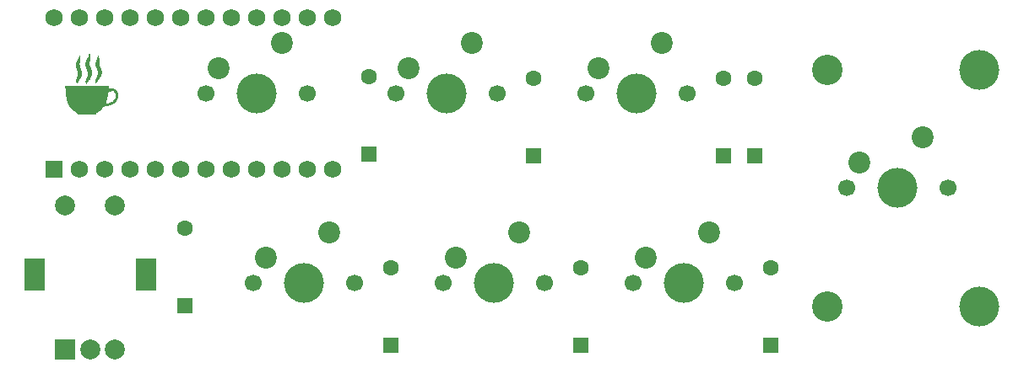
<source format=gbr>
%TF.GenerationSoftware,KiCad,Pcbnew,(5.99.0-2318-gf1aa7e523)*%
%TF.CreationDate,2020-10-19T15:18:08-05:00*%
%TF.ProjectId,micropa8,6d696372-6f70-4613-982e-6b696361645f,rev?*%
%TF.SameCoordinates,Original*%
%TF.FileFunction,Soldermask,Top*%
%TF.FilePolarity,Negative*%
%FSLAX46Y46*%
G04 Gerber Fmt 4.6, Leading zero omitted, Abs format (unit mm)*
G04 Created by KiCad (PCBNEW (5.99.0-2318-gf1aa7e523)) date 2020-10-19 15:18:08*
%MOMM*%
%LPD*%
G01*
G04 APERTURE LIST*
%ADD10C,1.752600*%
%ADD11R,1.752600X1.752600*%
%ADD12C,1.700000*%
%ADD13C,4.000000*%
%ADD14C,2.200000*%
%ADD15C,1.600000*%
%ADD16R,1.600000X1.600000*%
%ADD17C,2.000000*%
%ADD18R,2.000000X3.200000*%
%ADD19R,2.000000X2.000000*%
%ADD20C,3.050000*%
G04 APERTURE END LIST*
%TO.C,G\u002A\u002A\u002A*%
G36*
X31532983Y-29560134D02*
G01*
X31542643Y-29574029D01*
X31551675Y-29598451D01*
X31559884Y-29631573D01*
X31567076Y-29671569D01*
X31573054Y-29716611D01*
X31577623Y-29764875D01*
X31580590Y-29814534D01*
X31581758Y-29863761D01*
X31580932Y-29910730D01*
X31577917Y-29953615D01*
X31576406Y-29966579D01*
X31571403Y-29998885D01*
X31563598Y-30041262D01*
X31553384Y-30091843D01*
X31541156Y-30148758D01*
X31527308Y-30210140D01*
X31512234Y-30274120D01*
X31506788Y-30296591D01*
X31499320Y-30330163D01*
X31493350Y-30362750D01*
X31489492Y-30390610D01*
X31488338Y-30408851D01*
X31489713Y-30433248D01*
X31493489Y-30461155D01*
X31499947Y-30493553D01*
X31509369Y-30531426D01*
X31522037Y-30575755D01*
X31538233Y-30627525D01*
X31558239Y-30687716D01*
X31582337Y-30757312D01*
X31610808Y-30837296D01*
X31613050Y-30843525D01*
X31642575Y-30926867D01*
X31667434Y-31000258D01*
X31687958Y-31065051D01*
X31704479Y-31122600D01*
X31717328Y-31174258D01*
X31726837Y-31221380D01*
X31733338Y-31265318D01*
X31737162Y-31307427D01*
X31738641Y-31349059D01*
X31738683Y-31356469D01*
X31737335Y-31399819D01*
X31732745Y-31441415D01*
X31724305Y-31483936D01*
X31711405Y-31530060D01*
X31693438Y-31582463D01*
X31678197Y-31622587D01*
X31666873Y-31651205D01*
X31656599Y-31675967D01*
X31646444Y-31698530D01*
X31635477Y-31720550D01*
X31622766Y-31743685D01*
X31607382Y-31769591D01*
X31588391Y-31799924D01*
X31564865Y-31836341D01*
X31535871Y-31880499D01*
X31518199Y-31907259D01*
X31474905Y-31973544D01*
X31438371Y-32031321D01*
X31407860Y-32081910D01*
X31382634Y-32126628D01*
X31361955Y-32166796D01*
X31345087Y-32203731D01*
X31331292Y-32238753D01*
X31328574Y-32246396D01*
X31312749Y-32288479D01*
X31298101Y-32319916D01*
X31283707Y-32342240D01*
X31268646Y-32356986D01*
X31258532Y-32363013D01*
X31244170Y-32369766D01*
X31235471Y-32371986D01*
X31226665Y-32369832D01*
X31213778Y-32364241D01*
X31201995Y-32357635D01*
X31192165Y-32348138D01*
X31183875Y-32334386D01*
X31176714Y-32315019D01*
X31170273Y-32288675D01*
X31164139Y-32253991D01*
X31157901Y-32209608D01*
X31151651Y-32158467D01*
X31134879Y-32015061D01*
X31154005Y-31954597D01*
X31164969Y-31921202D01*
X31178265Y-31882560D01*
X31191719Y-31844933D01*
X31197572Y-31829132D01*
X31216189Y-31776313D01*
X31234887Y-31717357D01*
X31252360Y-31656761D01*
X31267304Y-31599026D01*
X31277310Y-31554231D01*
X31281425Y-31530772D01*
X31284430Y-31505722D01*
X31286460Y-31476748D01*
X31287648Y-31441515D01*
X31288130Y-31397690D01*
X31288133Y-31365739D01*
X31287618Y-31313803D01*
X31286069Y-31269114D01*
X31283024Y-31229296D01*
X31278016Y-31191975D01*
X31270582Y-31154773D01*
X31260259Y-31115316D01*
X31246582Y-31071228D01*
X31229086Y-31020132D01*
X31210508Y-30968435D01*
X31184057Y-30893889D01*
X31162476Y-30828394D01*
X31145320Y-30769845D01*
X31132142Y-30716135D01*
X31122497Y-30665157D01*
X31115939Y-30614805D01*
X31112022Y-30562972D01*
X31110301Y-30507552D01*
X31110170Y-30494353D01*
X31111660Y-30428943D01*
X31117365Y-30366546D01*
X31127807Y-30305597D01*
X31143507Y-30244533D01*
X31164988Y-30181790D01*
X31192772Y-30115803D01*
X31227380Y-30045010D01*
X31269334Y-29967847D01*
X31308186Y-29901068D01*
X31337722Y-29850631D01*
X31361992Y-29806919D01*
X31382694Y-29766447D01*
X31401530Y-29725731D01*
X31420197Y-29681285D01*
X31439890Y-29630945D01*
X31457113Y-29593051D01*
X31475262Y-29566878D01*
X31494129Y-29552585D01*
X31513501Y-29550334D01*
X31532983Y-29560134D01*
G37*
G36*
X33355791Y-29552112D02*
G01*
X33373563Y-29564483D01*
X33390806Y-29588573D01*
X33407353Y-29624063D01*
X33423034Y-29670633D01*
X33437682Y-29727962D01*
X33442590Y-29750787D01*
X33449125Y-29781402D01*
X33457503Y-29819003D01*
X33466591Y-29858580D01*
X33474378Y-29891482D01*
X33485409Y-29943360D01*
X33492051Y-29991285D01*
X33494297Y-30038304D01*
X33492137Y-30087465D01*
X33485563Y-30141815D01*
X33474565Y-30204401D01*
X33473452Y-30210070D01*
X33462562Y-30270099D01*
X33455761Y-30320600D01*
X33452988Y-30363690D01*
X33454183Y-30401484D01*
X33459288Y-30436100D01*
X33466305Y-30463452D01*
X33478030Y-30500475D01*
X33491198Y-30538454D01*
X33506545Y-30579250D01*
X33524804Y-30624723D01*
X33546712Y-30676731D01*
X33573004Y-30737136D01*
X33586475Y-30767587D01*
X33626520Y-30860574D01*
X33659586Y-30943516D01*
X33685662Y-31016381D01*
X33704738Y-31079139D01*
X33716801Y-31131759D01*
X33717222Y-31134132D01*
X33725874Y-31208289D01*
X33725392Y-31281364D01*
X33715488Y-31355014D01*
X33695874Y-31430899D01*
X33666263Y-31510680D01*
X33642856Y-31562619D01*
X33620798Y-31607171D01*
X33597859Y-31649964D01*
X33572759Y-31693080D01*
X33544218Y-31738599D01*
X33510958Y-31788603D01*
X33471698Y-31845173D01*
X33452319Y-31872503D01*
X33401779Y-31943886D01*
X33358150Y-32006614D01*
X33320747Y-32061784D01*
X33288888Y-32110492D01*
X33261888Y-32153836D01*
X33239064Y-32192912D01*
X33219731Y-32228816D01*
X33203205Y-32262646D01*
X33189306Y-32294289D01*
X33172392Y-32332285D01*
X33157340Y-32359648D01*
X33143030Y-32377740D01*
X33128342Y-32387924D01*
X33112158Y-32391562D01*
X33109329Y-32391628D01*
X33088182Y-32388270D01*
X33076396Y-32380812D01*
X33068439Y-32370519D01*
X33062221Y-32358880D01*
X33057250Y-32343836D01*
X33053034Y-32323328D01*
X33049079Y-32295296D01*
X33044894Y-32257682D01*
X33043364Y-32242667D01*
X33038390Y-32184475D01*
X33036364Y-32136206D01*
X33037375Y-32095755D01*
X33041509Y-32061019D01*
X33048855Y-32029895D01*
X33052800Y-32017735D01*
X33059081Y-32002085D01*
X33070015Y-31977336D01*
X33084696Y-31945430D01*
X33102221Y-31908309D01*
X33121686Y-31867915D01*
X33139141Y-31832333D01*
X33182591Y-31741914D01*
X33219063Y-31660069D01*
X33248967Y-31585466D01*
X33272712Y-31516768D01*
X33290706Y-31452641D01*
X33303360Y-31391751D01*
X33311082Y-31332763D01*
X33314282Y-31274343D01*
X33314422Y-31260679D01*
X33313483Y-31218646D01*
X33310145Y-31178691D01*
X33303910Y-31138987D01*
X33294283Y-31097706D01*
X33280766Y-31053020D01*
X33262863Y-31003101D01*
X33240077Y-30946124D01*
X33211910Y-30880259D01*
X33209541Y-30874849D01*
X33175426Y-30795095D01*
X33147248Y-30724457D01*
X33124634Y-30661419D01*
X33107213Y-30604469D01*
X33094613Y-30552092D01*
X33086460Y-30502776D01*
X33082383Y-30455005D01*
X33082010Y-30407267D01*
X33084327Y-30365588D01*
X33087517Y-30332273D01*
X33091771Y-30300712D01*
X33097555Y-30269261D01*
X33105333Y-30236279D01*
X33115571Y-30200120D01*
X33128734Y-30159144D01*
X33145287Y-30111706D01*
X33165697Y-30056163D01*
X33190427Y-29990873D01*
X33190502Y-29990679D01*
X33212805Y-29932206D01*
X33231119Y-29883656D01*
X33245951Y-29843438D01*
X33257807Y-29809962D01*
X33267194Y-29781637D01*
X33274619Y-29756874D01*
X33280588Y-29734080D01*
X33285608Y-29711666D01*
X33290185Y-29688041D01*
X33294256Y-29664944D01*
X33303126Y-29620279D01*
X33312508Y-29587276D01*
X33322668Y-29565238D01*
X33333873Y-29553470D01*
X33337659Y-29551780D01*
X33355791Y-29552112D01*
G37*
G36*
X32474588Y-29338727D02*
G01*
X32491174Y-29349309D01*
X32506370Y-29366099D01*
X32512338Y-29375916D01*
X32517098Y-29387540D01*
X32524559Y-29408674D01*
X32533938Y-29436969D01*
X32544453Y-29470077D01*
X32552847Y-29497426D01*
X32570359Y-29559990D01*
X32582418Y-29615147D01*
X32589449Y-29666361D01*
X32591879Y-29717098D01*
X32590131Y-29770823D01*
X32588707Y-29789827D01*
X32586024Y-29818510D01*
X32582738Y-29845915D01*
X32578479Y-29873894D01*
X32572876Y-29904298D01*
X32565557Y-29938979D01*
X32556152Y-29979789D01*
X32544291Y-30028577D01*
X32529603Y-30087197D01*
X32527440Y-30095739D01*
X32507258Y-30179043D01*
X32491796Y-30251081D01*
X32481028Y-30312001D01*
X32474930Y-30361952D01*
X32473477Y-30401080D01*
X32474378Y-30415640D01*
X32478451Y-30444052D01*
X32485226Y-30475389D01*
X32495086Y-30510711D01*
X32508417Y-30551077D01*
X32525604Y-30597548D01*
X32547032Y-30651184D01*
X32573086Y-30713044D01*
X32604150Y-30784189D01*
X32626069Y-30833371D01*
X32660194Y-30911320D01*
X32688445Y-30980241D01*
X32711297Y-31041712D01*
X32729224Y-31097309D01*
X32742699Y-31148609D01*
X32752198Y-31197191D01*
X32758194Y-31244631D01*
X32760715Y-31281228D01*
X32761809Y-31332827D01*
X32760117Y-31376828D01*
X32756819Y-31404829D01*
X32740524Y-31476896D01*
X32715502Y-31552108D01*
X32681458Y-31631032D01*
X32638096Y-31714236D01*
X32585123Y-31802287D01*
X32522242Y-31895750D01*
X32450821Y-31993014D01*
X32404930Y-32054143D01*
X32366494Y-32107432D01*
X32334704Y-32154231D01*
X32308750Y-32195891D01*
X32287822Y-32233762D01*
X32271111Y-32269194D01*
X32257807Y-32303538D01*
X32249978Y-32328029D01*
X32237283Y-32363966D01*
X32223153Y-32388767D01*
X32206541Y-32403648D01*
X32186400Y-32409828D01*
X32179363Y-32410168D01*
X32159606Y-32408012D01*
X32143179Y-32402670D01*
X32140479Y-32401064D01*
X32129364Y-32389507D01*
X32119589Y-32370687D01*
X32110737Y-32343321D01*
X32102390Y-32306125D01*
X32094396Y-32259539D01*
X32088908Y-32219058D01*
X32085790Y-32181448D01*
X32085356Y-32145234D01*
X32087923Y-32108939D01*
X32093806Y-32071088D01*
X32103323Y-32030205D01*
X32116789Y-31984815D01*
X32134520Y-31933442D01*
X32156832Y-31874609D01*
X32184041Y-31806843D01*
X32199260Y-31769920D01*
X32224726Y-31707952D01*
X32245577Y-31655543D01*
X32262260Y-31610977D01*
X32275222Y-31572537D01*
X32284912Y-31538507D01*
X32291778Y-31507171D01*
X32296267Y-31476811D01*
X32298827Y-31445713D01*
X32299905Y-31412159D01*
X32300009Y-31383770D01*
X32293732Y-31280112D01*
X32275734Y-31174807D01*
X32245907Y-31067304D01*
X32228037Y-31016567D01*
X32219752Y-30995067D01*
X32207672Y-30964500D01*
X32192741Y-30927214D01*
X32175902Y-30885559D01*
X32158099Y-30841882D01*
X32146088Y-30812625D01*
X32119566Y-30747204D01*
X32097927Y-30691202D01*
X32080714Y-30642892D01*
X32067470Y-30600546D01*
X32057738Y-30562437D01*
X32051059Y-30526838D01*
X32046978Y-30492022D01*
X32045037Y-30456260D01*
X32044706Y-30429667D01*
X32047568Y-30372842D01*
X32056324Y-30314421D01*
X32071417Y-30252886D01*
X32093292Y-30186722D01*
X32122391Y-30114415D01*
X32159159Y-30034448D01*
X32162404Y-30027759D01*
X32183295Y-29985708D01*
X32206656Y-29940112D01*
X32230408Y-29894940D01*
X32252469Y-29854162D01*
X32266000Y-29829997D01*
X32296862Y-29775738D01*
X32322121Y-29730470D01*
X32342458Y-29692543D01*
X32358554Y-29660306D01*
X32371090Y-29632108D01*
X32380749Y-29606299D01*
X32388210Y-29581227D01*
X32394156Y-29555241D01*
X32399268Y-29526690D01*
X32403971Y-29495698D01*
X32411836Y-29445749D01*
X32419537Y-29406900D01*
X32427515Y-29377904D01*
X32436207Y-29357515D01*
X32446054Y-29344488D01*
X32457493Y-29337577D01*
X32459944Y-29336837D01*
X32474588Y-29338727D01*
G37*
G36*
X30242966Y-34164757D02*
G01*
X30206137Y-34034218D01*
X30173653Y-33894730D01*
X30145222Y-33745267D01*
X30124388Y-33612187D01*
X30115611Y-33545917D01*
X30106877Y-33470922D01*
X30098340Y-33389227D01*
X30090156Y-33302857D01*
X30082480Y-33213837D01*
X30075467Y-33124190D01*
X30069274Y-33035942D01*
X30064056Y-32951117D01*
X30059968Y-32871740D01*
X30057166Y-32799835D01*
X30055805Y-32737427D01*
X30055698Y-32717703D01*
X30055690Y-32638985D01*
X32210982Y-32637362D01*
X32405514Y-32637219D01*
X32588066Y-32637091D01*
X32759017Y-32636981D01*
X32918748Y-32636891D01*
X33067638Y-32636820D01*
X33206068Y-32636772D01*
X33334417Y-32636748D01*
X33453066Y-32636748D01*
X33562394Y-32636775D01*
X33662781Y-32636830D01*
X33754607Y-32636915D01*
X33838252Y-32637030D01*
X33914096Y-32637178D01*
X33982519Y-32637360D01*
X34043901Y-32637577D01*
X34098621Y-32637832D01*
X34147060Y-32638125D01*
X34189597Y-32638457D01*
X34226612Y-32638832D01*
X34258486Y-32639249D01*
X34285598Y-32639710D01*
X34308329Y-32640218D01*
X34327057Y-32640773D01*
X34342163Y-32641376D01*
X34354028Y-32642031D01*
X34363030Y-32642737D01*
X34369549Y-32643496D01*
X34373967Y-32644310D01*
X34376661Y-32645180D01*
X34377771Y-32645862D01*
X34387607Y-32662304D01*
X34392471Y-32689691D01*
X34392332Y-32727639D01*
X34387911Y-32770452D01*
X34384040Y-32803268D01*
X34381330Y-32835919D01*
X34379864Y-32865893D01*
X34379726Y-32890675D01*
X34381000Y-32907752D01*
X34383134Y-32914221D01*
X34390389Y-32914462D01*
X34407031Y-32912082D01*
X34430473Y-32907518D01*
X34454202Y-32902157D01*
X34533905Y-32885185D01*
X34607525Y-32874168D01*
X34679482Y-32868550D01*
X34728217Y-32867528D01*
X34776928Y-32868222D01*
X34817559Y-32870741D01*
X34854330Y-32875668D01*
X34891459Y-32883584D01*
X34933165Y-32895073D01*
X34937929Y-32896495D01*
X35019019Y-32926310D01*
X35091084Y-32964422D01*
X35154181Y-33010910D01*
X35208370Y-33065852D01*
X35253710Y-33129327D01*
X35290259Y-33201414D01*
X35318077Y-33282192D01*
X35337222Y-33371740D01*
X35345716Y-33442236D01*
X35348900Y-33550095D01*
X35340507Y-33659179D01*
X35321045Y-33768121D01*
X35291022Y-33875551D01*
X35250946Y-33980100D01*
X35201325Y-34080399D01*
X35142665Y-34175079D01*
X35075476Y-34262772D01*
X35018441Y-34324479D01*
X35000247Y-34342279D01*
X34983576Y-34357555D01*
X34966937Y-34371199D01*
X34948841Y-34384102D01*
X34927797Y-34397157D01*
X34902315Y-34411255D01*
X34870904Y-34427289D01*
X34832074Y-34446149D01*
X34784335Y-34468729D01*
X34752527Y-34483623D01*
X34682166Y-34515769D01*
X34621757Y-34541756D01*
X34570680Y-34561833D01*
X34528317Y-34576246D01*
X34502744Y-34583284D01*
X34487484Y-34586352D01*
X34461832Y-34590823D01*
X34427639Y-34596406D01*
X34386755Y-34602806D01*
X34341032Y-34609731D01*
X34292320Y-34616888D01*
X34273026Y-34619662D01*
X34208621Y-34629107D01*
X34155432Y-34637467D01*
X34112378Y-34644939D01*
X34078383Y-34651722D01*
X34052368Y-34658014D01*
X34034586Y-34663528D01*
X33983285Y-34683892D01*
X33935782Y-34707180D01*
X33890679Y-34734518D01*
X33846580Y-34767031D01*
X33802087Y-34805845D01*
X33755803Y-34852085D01*
X33706330Y-34906877D01*
X33652272Y-34971347D01*
X33651895Y-34971810D01*
X33603803Y-35028408D01*
X33558078Y-35077452D01*
X33515777Y-35117879D01*
X33477959Y-35148624D01*
X33471407Y-35153256D01*
X33456651Y-35162616D01*
X33433438Y-35176390D01*
X33404215Y-35193169D01*
X33371429Y-35211544D01*
X33345527Y-35225767D01*
X33289799Y-35256584D01*
X33244066Y-35283187D01*
X33207109Y-35306560D01*
X33177708Y-35327686D01*
X33154645Y-35347549D01*
X33136699Y-35367132D01*
X33122652Y-35387420D01*
X33111284Y-35409395D01*
X33107749Y-35417580D01*
X33094000Y-35450752D01*
X32246926Y-35450805D01*
X32145039Y-35450838D01*
X32046209Y-35450920D01*
X31951177Y-35451049D01*
X31860683Y-35451221D01*
X31775470Y-35451434D01*
X31696279Y-35451685D01*
X31623852Y-35451970D01*
X31558929Y-35452286D01*
X31502253Y-35452630D01*
X31454566Y-35452999D01*
X31416607Y-35453390D01*
X31389120Y-35453800D01*
X31372845Y-35454226D01*
X31368951Y-35454464D01*
X31348555Y-35455729D01*
X31333233Y-35452597D01*
X31316566Y-35443454D01*
X31311364Y-35439991D01*
X31294954Y-35425927D01*
X31274566Y-35403977D01*
X31252614Y-35376834D01*
X31242923Y-35363716D01*
X31226660Y-35341817D01*
X31210320Y-35321794D01*
X31192700Y-35302639D01*
X31172593Y-35283343D01*
X31148795Y-35262897D01*
X31120101Y-35240291D01*
X31085306Y-35214518D01*
X31043205Y-35184567D01*
X30992592Y-35149430D01*
X30961505Y-35128086D01*
X30904079Y-35088604D01*
X30855631Y-35054868D01*
X30814815Y-35025830D01*
X30780284Y-35000440D01*
X30750691Y-34977650D01*
X30724690Y-34956411D01*
X30700934Y-34935675D01*
X30678077Y-34914391D01*
X30654772Y-34891512D01*
X30644643Y-34881293D01*
X30574881Y-34805733D01*
X30512992Y-34728122D01*
X30456835Y-34645453D01*
X30404273Y-34554722D01*
X30382457Y-34512900D01*
X30330833Y-34403075D01*
X30327180Y-34393963D01*
X34111002Y-34393963D01*
X34136667Y-34393843D01*
X34153823Y-34392946D01*
X34179180Y-34390630D01*
X34208715Y-34387292D01*
X34227223Y-34384903D01*
X34329829Y-34365102D01*
X34432569Y-34334031D01*
X34533615Y-34292619D01*
X34631141Y-34241800D01*
X34723320Y-34182506D01*
X34808326Y-34115668D01*
X34870801Y-34056503D01*
X34900063Y-34025918D01*
X34922801Y-34001146D01*
X34941356Y-33979385D01*
X34958068Y-33957835D01*
X34975277Y-33933694D01*
X34983826Y-33921210D01*
X35029343Y-33844421D01*
X35063507Y-33765141D01*
X35086059Y-33684246D01*
X35096738Y-33602614D01*
X35096671Y-33539190D01*
X35086598Y-33461275D01*
X35065710Y-33387477D01*
X35033635Y-33316991D01*
X34990003Y-33249014D01*
X34934440Y-33182742D01*
X34929367Y-33177383D01*
X34897759Y-33144282D01*
X34805058Y-33147554D01*
X34754576Y-33150496D01*
X34698060Y-33155706D01*
X34641498Y-33162582D01*
X34610386Y-33167197D01*
X34570344Y-33173256D01*
X34528904Y-33178893D01*
X34490029Y-33183609D01*
X34457683Y-33186906D01*
X34446883Y-33187755D01*
X34385350Y-33191944D01*
X34362297Y-33306275D01*
X34355991Y-33338175D01*
X34347890Y-33380145D01*
X34338387Y-33430087D01*
X34327876Y-33485908D01*
X34316752Y-33545510D01*
X34305409Y-33606799D01*
X34294241Y-33667679D01*
X34291964Y-33680168D01*
X34273208Y-33780945D01*
X34255547Y-33871012D01*
X34238608Y-33951931D01*
X34222019Y-34025265D01*
X34205409Y-34092576D01*
X34188406Y-34155427D01*
X34170638Y-34215381D01*
X34151733Y-34274000D01*
X34147996Y-34285075D01*
X34111002Y-34393963D01*
X30327180Y-34393963D01*
X30284434Y-34287368D01*
X30242966Y-34164757D01*
G37*
%TD*%
D10*
%TO.C,U1*%
X28892500Y-25717500D03*
X56832500Y-40957500D03*
X31432500Y-25717500D03*
X33972500Y-25717500D03*
X36512500Y-25717500D03*
X39052500Y-25717500D03*
X41592500Y-25717500D03*
X44132500Y-25717500D03*
X46672500Y-25717500D03*
X49212500Y-25717500D03*
X51752500Y-25717500D03*
X54292500Y-25717500D03*
X56832500Y-25717500D03*
X54292500Y-40957500D03*
X51752500Y-40957500D03*
X49212500Y-40957500D03*
X46672500Y-40957500D03*
X44132500Y-40957500D03*
X41592500Y-40957500D03*
X39052500Y-40957500D03*
X36512500Y-40957500D03*
X33972500Y-40957500D03*
X31432500Y-40957500D03*
D11*
X28892500Y-40957500D03*
%TD*%
D12*
%TO.C,MX5*%
X59055000Y-52387500D03*
X48895000Y-52387500D03*
D13*
X53975000Y-52387500D03*
D14*
X50165000Y-49847500D03*
X56515000Y-47307500D03*
%TD*%
D15*
%TO.C,D8*%
X42056250Y-46912500D03*
D16*
X42056250Y-54712500D03*
%TD*%
D15*
%TO.C,D7*%
X100806250Y-50868750D03*
D16*
X100806250Y-58668750D03*
%TD*%
D15*
%TO.C,D6*%
X81756250Y-50868750D03*
D16*
X81756250Y-58668750D03*
%TD*%
D15*
%TO.C,D5*%
X62706250Y-50868750D03*
D16*
X62706250Y-58668750D03*
%TD*%
D15*
%TO.C,D4*%
X99218750Y-31818750D03*
D16*
X99218750Y-39618750D03*
%TD*%
D15*
%TO.C,D3*%
X96043750Y-31818750D03*
D16*
X96043750Y-39618750D03*
%TD*%
D15*
%TO.C,D2*%
X76993750Y-31818750D03*
D16*
X76993750Y-39618750D03*
%TD*%
D15*
%TO.C,D1*%
X60520000Y-31685000D03*
D16*
X60520000Y-39485000D03*
%TD*%
D17*
%TO.C,SW3-1*%
X35043750Y-44593750D03*
X30043750Y-44593750D03*
D18*
X38143750Y-51593750D03*
X26943750Y-51593750D03*
D17*
X35043750Y-59093750D03*
X32543750Y-59093750D03*
D19*
X30043750Y-59093750D03*
%TD*%
D20*
%TO.C,MX4*%
X106506250Y-30962500D03*
X106506250Y-54762500D03*
D13*
X121746250Y-54762500D03*
X121746250Y-30962500D03*
D12*
X118586250Y-42862500D03*
X108426250Y-42862500D03*
D13*
X113506250Y-42862500D03*
D14*
X109696250Y-40322500D03*
X116046250Y-37782500D03*
%TD*%
D12*
%TO.C,MX7*%
X97155000Y-52387500D03*
X86995000Y-52387500D03*
D13*
X92075000Y-52387500D03*
D14*
X88265000Y-49847500D03*
X94615000Y-47307500D03*
%TD*%
D12*
%TO.C,MX6*%
X78105000Y-52387500D03*
X67945000Y-52387500D03*
D13*
X73025000Y-52387500D03*
D14*
X69215000Y-49847500D03*
X75565000Y-47307500D03*
%TD*%
D12*
%TO.C,MX3*%
X92392500Y-33337500D03*
X82232500Y-33337500D03*
D13*
X87312500Y-33337500D03*
D14*
X83502500Y-30797500D03*
X89852500Y-28257500D03*
%TD*%
D12*
%TO.C,MX2*%
X73342500Y-33337500D03*
X63182500Y-33337500D03*
D13*
X68262500Y-33337500D03*
D14*
X64452500Y-30797500D03*
X70802500Y-28257500D03*
%TD*%
D12*
%TO.C,MX1*%
X54292500Y-33337500D03*
X44132500Y-33337500D03*
D13*
X49212500Y-33337500D03*
D14*
X45402500Y-30797500D03*
X51752500Y-28257500D03*
%TD*%
M02*

</source>
